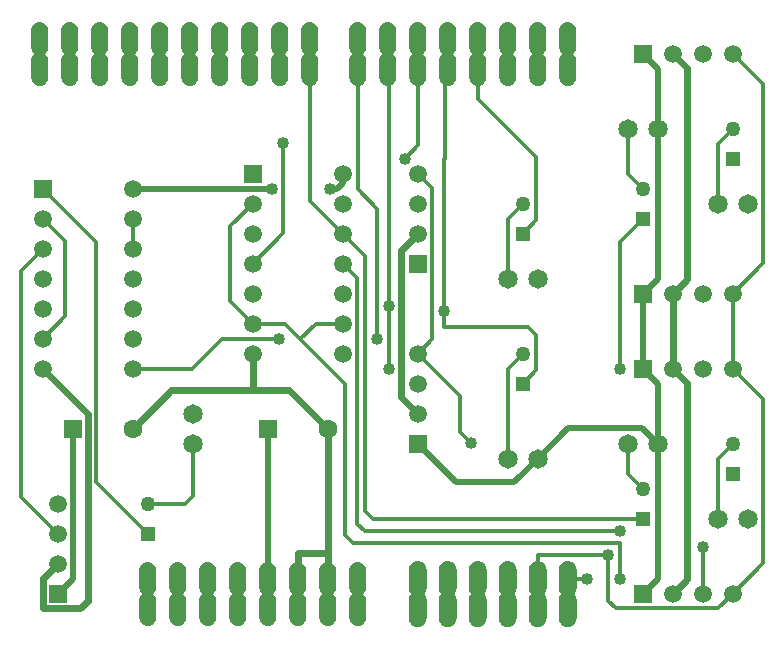
<source format=gbr>
G04 DipTrace 2.4.0.2*
%INBottom.gbr*%
%MOIN*%
%ADD14C,0.02*%
%ADD15C,0.024*%
%ADD16C,0.013*%
%ADD18C,0.05*%
%ADD19R,0.05X0.05*%
%ADD20R,0.0591X0.0591*%
%ADD21C,0.0591*%
%ADD22C,0.065*%
%ADD23C,0.063*%
%ADD24R,0.063X0.063*%
%ADD25C,0.04*%
%FSLAX44Y44*%
G04*
G70*
G90*
G75*
G01*
%LNBottom*%
%LPD*%
X12940Y5940D2*
D14*
Y4940D1*
X17940Y10440D2*
X19220Y9161D1*
X21161D1*
X21940Y9940D1*
X6440Y10940D2*
Y5940D1*
X5940Y5440D1*
X25940Y10440D2*
Y5940D1*
X25440Y5440D1*
X12940Y5940D2*
Y10940D1*
X13065Y18940D2*
X8440D1*
X14998D2*
X15240D1*
X15440Y19140D1*
Y19440D1*
X25940Y20940D2*
Y22940D1*
X25440Y23440D1*
Y15440D2*
X25940Y15940D1*
Y20940D1*
X25440Y12940D2*
Y15440D1*
X25940Y10440D2*
Y12440D1*
X25440Y12940D1*
X21940Y9940D2*
X22960Y10960D1*
X25420D1*
X25940Y10440D1*
X15940Y4940D2*
D15*
Y5940D1*
X17940Y4940D2*
Y5940D1*
X18940Y4940D2*
Y5940D1*
X19940Y4940D2*
Y5940D1*
X20940Y4940D2*
Y5940D1*
X21940Y4940D2*
Y5940D1*
X28440Y23440D2*
D16*
X29460Y22420D1*
Y16460D1*
X28440Y15440D1*
X19710Y10460D2*
X19335Y10835D1*
Y12045D1*
X17940Y13440D1*
X24295Y6731D2*
X21940D1*
Y5940D1*
X28440Y5440D2*
X27950Y4950D1*
X24555D1*
X24295Y5210D1*
Y6731D1*
X28440Y12940D2*
X29460Y11920D1*
Y6460D1*
X28440Y5440D1*
Y15440D2*
Y12940D1*
X17940Y13440D2*
X18430Y13930D1*
Y18950D1*
X17940Y19440D1*
X22940Y4940D2*
D15*
Y5940D1*
X12440Y18440D2*
D16*
X11690Y17690D1*
Y15190D1*
X12440Y14440D1*
X13514D1*
X14024Y13930D1*
X14534Y14440D1*
X15440D1*
X5440Y13940D2*
X6190Y14690D1*
Y17190D1*
X5440Y17940D1*
X14024Y13930D2*
X15525Y12429D1*
Y7385D1*
X15785Y7125D1*
X24690D1*
Y5940D1*
X23570D2*
X22940D1*
Y22940D2*
D15*
Y23940D1*
X21940Y22940D2*
Y23940D1*
X20940Y22940D2*
Y23940D1*
X5440Y18940D2*
D16*
X7210Y17170D1*
Y9170D1*
X8940Y7440D1*
X19940Y22940D2*
D15*
Y23940D1*
X21440Y17440D2*
D16*
X21885Y17885D1*
Y19997D1*
X19940Y21941D1*
Y22940D1*
X18940D2*
D15*
Y23940D1*
X13325Y13930D2*
D16*
X11413D1*
X10423Y12940D1*
X8440D1*
X18825Y14855D2*
Y14325D1*
X21625D1*
X21885Y14065D1*
Y12885D1*
X21440Y12440D1*
X18940Y22940D2*
X18844D1*
Y19940D1*
X18825Y19921D1*
Y14855D1*
X17940Y22940D2*
D15*
Y23940D1*
X17498Y19940D2*
D16*
X17940Y20382D1*
Y22940D1*
X16940D2*
D15*
Y23940D1*
X24680Y12930D2*
D16*
Y17180D1*
X25440Y17940D1*
X16990Y15045D2*
Y12930D1*
X16940Y22940D2*
X16990D1*
Y15045D1*
X15940Y22940D2*
D15*
Y23940D1*
X16595Y13930D2*
D16*
Y18269D1*
X15940Y18924D1*
Y22940D1*
X14340D2*
D15*
Y23940D1*
X15440Y17440D2*
D16*
X16190Y16690D1*
Y8200D1*
X16450Y7940D1*
X25440D1*
X14340Y22940D2*
Y18540D1*
X15440Y17440D1*
X8340Y22940D2*
D15*
Y23940D1*
X13940Y4940D2*
Y5940D1*
X14940D2*
Y4940D1*
X12440Y13440D2*
Y12220D1*
X13661D1*
X14940Y10940D1*
X8440D2*
X9720Y12220D1*
X12440D1*
X5440Y12940D2*
X6950Y11430D1*
Y5210D1*
X6690Y4950D1*
X5450D1*
Y5950D1*
X5940Y6440D1*
X26440Y5440D2*
X26930Y5930D1*
Y12450D1*
X26440Y12940D1*
X17940Y11440D2*
X17385Y11995D1*
Y16885D1*
X17940Y17440D1*
X14940Y10940D2*
Y6801D1*
X13940D1*
Y5940D1*
X14940D2*
Y6801D1*
X26440Y15440D2*
X26930Y15930D1*
Y22950D1*
X26440Y23440D1*
Y12940D2*
Y15440D1*
X9340Y22940D2*
Y23940D1*
X11340Y22940D2*
Y23940D1*
X10340Y22940D2*
Y23940D1*
X13340Y22940D2*
Y23940D1*
X12340Y22940D2*
Y23940D1*
X9940Y4940D2*
Y5940D1*
X8940Y4940D2*
Y5940D1*
X6340Y22940D2*
Y23940D1*
X5340Y22940D2*
Y23940D1*
X7340Y22940D2*
Y23940D1*
X11940Y4940D2*
Y5940D1*
X21440Y18440D2*
D16*
X20940Y17940D1*
Y15940D1*
X21440Y13440D2*
X20940Y12940D1*
Y9940D1*
X25440Y18940D2*
X24940Y19440D1*
Y20940D1*
X13460Y20470D2*
Y17460D1*
X12440Y16440D1*
X8940Y8440D2*
X10180D1*
X10440Y8700D1*
Y10440D1*
X28440Y20940D2*
X27940Y20440D1*
Y18440D1*
X5940Y7440D2*
X4701Y8680D1*
Y16201D1*
X5440Y16940D1*
X24690Y7520D2*
X16190D1*
X15930Y7780D1*
Y15950D1*
X15440Y16440D1*
X27440Y6990D2*
Y5440D1*
X28440Y10440D2*
X27940Y9940D1*
Y7940D1*
X8440Y16940D2*
Y17940D1*
X25440Y8940D2*
X24940Y9440D1*
Y10440D1*
X10940Y5940D2*
D15*
Y4940D1*
D25*
X13065Y18940D3*
X14998D3*
X19710Y10460D3*
X24295Y6731D3*
X24690Y5940D3*
X23570D3*
X18825Y14855D3*
X13325Y13930D3*
X17498Y19940D3*
X16990Y12930D3*
X24680D3*
X16990Y15045D3*
X16595Y13930D3*
X13460Y20470D3*
X24690Y7520D3*
X27440Y6990D3*
G36*
X17640Y5240D2*
X17658Y5343D1*
X17710Y5433D1*
X17790Y5500D1*
X17888Y5536D1*
X17992D1*
X18090Y5500D1*
X18170Y5433D1*
X18222Y5343D1*
X18240Y5240D1*
Y4640D1*
X18222Y4538D1*
X18170Y4448D1*
X18090Y4380D1*
X17993Y4345D1*
X17888D1*
X17790Y4380D1*
X17711Y4447D1*
X17658Y4537D1*
X17640Y4640D1*
Y5240D1*
G37*
G36*
X18640D2*
X18658Y5343D1*
X18710Y5433D1*
X18790Y5500D1*
X18888Y5536D1*
X18992D1*
X19090Y5500D1*
X19170Y5433D1*
X19222Y5343D1*
X19240Y5240D1*
Y4640D1*
X19222Y4538D1*
X19170Y4448D1*
X19090Y4380D1*
X18993Y4345D1*
X18888D1*
X18790Y4380D1*
X18711Y4447D1*
X18658Y4537D1*
X18640Y4640D1*
Y5240D1*
G37*
G36*
X19640D2*
X19658Y5343D1*
X19710Y5433D1*
X19790Y5500D1*
X19888Y5536D1*
X19992D1*
X20090Y5500D1*
X20170Y5433D1*
X20222Y5343D1*
X20240Y5240D1*
Y4640D1*
X20222Y4538D1*
X20170Y4448D1*
X20090Y4380D1*
X19993Y4345D1*
X19888D1*
X19790Y4380D1*
X19711Y4447D1*
X19658Y4537D1*
X19640Y4640D1*
Y5240D1*
G37*
G36*
X20640D2*
X20658Y5343D1*
X20710Y5433D1*
X20790Y5500D1*
X20888Y5536D1*
X20992D1*
X21090Y5500D1*
X21170Y5433D1*
X21222Y5343D1*
X21240Y5240D1*
Y4640D1*
X21222Y4538D1*
X21170Y4448D1*
X21090Y4380D1*
X20993Y4345D1*
X20888D1*
X20790Y4380D1*
X20711Y4447D1*
X20658Y4537D1*
X20640Y4640D1*
Y5240D1*
G37*
G36*
X21640D2*
X21658Y5343D1*
X21710Y5433D1*
X21790Y5500D1*
X21888Y5536D1*
X21992D1*
X22090Y5500D1*
X22170Y5433D1*
X22222Y5343D1*
X22240Y5240D1*
Y4640D1*
X22222Y4538D1*
X22170Y4448D1*
X22090Y4380D1*
X21993Y4345D1*
X21888D1*
X21790Y4380D1*
X21711Y4447D1*
X21658Y4537D1*
X21640Y4640D1*
Y5240D1*
G37*
G36*
X22640D2*
X22658Y5343D1*
X22710Y5433D1*
X22790Y5500D1*
X22888Y5536D1*
X22992D1*
X23090Y5500D1*
X23170Y5433D1*
X23222Y5343D1*
X23240Y5240D1*
Y4640D1*
X23222Y4538D1*
X23170Y4448D1*
X23090Y4380D1*
X22993Y4345D1*
X22888D1*
X22790Y4380D1*
X22711Y4447D1*
X22658Y4537D1*
X22640Y4640D1*
Y5240D1*
G37*
G36*
X23227Y23653D2*
X23210Y23555D1*
X23160Y23469D1*
X23084Y23405D1*
X22990Y23371D1*
X22891Y23370D1*
X22797Y23404D1*
X22720Y23468D1*
X22671Y23555D1*
X22653Y23653D1*
Y24227D1*
X22670Y24325D1*
X22720Y24411D1*
X22796Y24476D1*
X22890Y24510D1*
X22990D1*
X23083Y24476D1*
X23160Y24412D1*
X23210Y24326D1*
X23227Y24227D1*
Y23653D1*
G37*
G36*
X22227D2*
X22210Y23555D1*
X22160Y23469D1*
X22084Y23405D1*
X21990Y23371D1*
X21891Y23370D1*
X21797Y23404D1*
X21720Y23468D1*
X21671Y23555D1*
X21653Y23653D1*
Y24227D1*
X21670Y24325D1*
X21720Y24411D1*
X21796Y24476D1*
X21890Y24510D1*
X21990D1*
X22083Y24476D1*
X22160Y24412D1*
X22210Y24326D1*
X22227Y24227D1*
Y23653D1*
G37*
G36*
X21227D2*
X21210Y23555D1*
X21160Y23469D1*
X21084Y23405D1*
X20990Y23371D1*
X20891Y23370D1*
X20797Y23404D1*
X20720Y23468D1*
X20671Y23555D1*
X20653Y23653D1*
Y24227D1*
X20670Y24325D1*
X20720Y24411D1*
X20796Y24476D1*
X20890Y24510D1*
X20990D1*
X21083Y24476D1*
X21160Y24412D1*
X21210Y24326D1*
X21227Y24227D1*
Y23653D1*
G37*
G36*
X20227D2*
X20210Y23555D1*
X20160Y23469D1*
X20084Y23405D1*
X19990Y23371D1*
X19891Y23370D1*
X19797Y23404D1*
X19720Y23468D1*
X19671Y23555D1*
X19653Y23653D1*
Y24227D1*
X19670Y24325D1*
X19720Y24411D1*
X19796Y24476D1*
X19890Y24510D1*
X19990D1*
X20083Y24476D1*
X20160Y24412D1*
X20210Y24326D1*
X20227Y24227D1*
Y23653D1*
G37*
G36*
X19227D2*
X19210Y23555D1*
X19160Y23469D1*
X19084Y23405D1*
X18990Y23371D1*
X18891Y23370D1*
X18797Y23404D1*
X18720Y23468D1*
X18671Y23555D1*
X18653Y23653D1*
Y24227D1*
X18670Y24325D1*
X18720Y24411D1*
X18796Y24476D1*
X18890Y24510D1*
X18990D1*
X19083Y24476D1*
X19160Y24412D1*
X19210Y24326D1*
X19227Y24227D1*
Y23653D1*
G37*
G36*
X18227D2*
X18210Y23555D1*
X18160Y23469D1*
X18084Y23405D1*
X17990Y23371D1*
X17891Y23370D1*
X17797Y23404D1*
X17720Y23468D1*
X17671Y23555D1*
X17653Y23653D1*
Y24227D1*
X17670Y24325D1*
X17720Y24411D1*
X17796Y24476D1*
X17890Y24510D1*
X17990D1*
X18083Y24476D1*
X18160Y24412D1*
X18210Y24326D1*
X18227Y24227D1*
Y23653D1*
G37*
G36*
X17227D2*
X17210Y23555D1*
X17160Y23469D1*
X17084Y23405D1*
X16990Y23371D1*
X16891Y23370D1*
X16797Y23404D1*
X16720Y23468D1*
X16671Y23555D1*
X16653Y23653D1*
Y24227D1*
X16670Y24325D1*
X16720Y24411D1*
X16796Y24476D1*
X16890Y24510D1*
X16990D1*
X17083Y24476D1*
X17160Y24412D1*
X17210Y24326D1*
X17227Y24227D1*
Y23653D1*
G37*
G36*
X16227D2*
X16210Y23555D1*
X16160Y23469D1*
X16084Y23405D1*
X15990Y23371D1*
X15891Y23370D1*
X15797Y23404D1*
X15720Y23468D1*
X15671Y23555D1*
X15653Y23653D1*
Y24227D1*
X15670Y24325D1*
X15720Y24411D1*
X15796Y24476D1*
X15890Y24510D1*
X15990D1*
X16083Y24476D1*
X16160Y24412D1*
X16210Y24326D1*
X16227Y24227D1*
Y23653D1*
G37*
G36*
X8653Y5227D2*
X8670Y5325D1*
X8720Y5411D1*
X8796Y5476D1*
X8890Y5510D1*
X8990D1*
X9083Y5476D1*
X9160Y5412D1*
X9210Y5326D1*
X9227Y5227D1*
Y4653D1*
X9210Y4555D1*
X9160Y4469D1*
X9084Y4405D1*
X8990Y4371D1*
X8891Y4370D1*
X8797Y4404D1*
X8720Y4468D1*
X8671Y4555D1*
X8653Y4653D1*
Y5227D1*
G37*
G36*
X9653D2*
X9670Y5325D1*
X9720Y5411D1*
X9796Y5476D1*
X9890Y5510D1*
X9990D1*
X10083Y5476D1*
X10160Y5412D1*
X10210Y5326D1*
X10227Y5227D1*
Y4653D1*
X10210Y4555D1*
X10160Y4469D1*
X10084Y4405D1*
X9990Y4371D1*
X9891Y4370D1*
X9797Y4404D1*
X9720Y4468D1*
X9671Y4555D1*
X9653Y4653D1*
Y5227D1*
G37*
G36*
X10653D2*
X10670Y5325D1*
X10720Y5411D1*
X10796Y5476D1*
X10890Y5510D1*
X10990D1*
X11083Y5476D1*
X11160Y5412D1*
X11210Y5326D1*
X11227Y5227D1*
Y4653D1*
X11210Y4555D1*
X11160Y4469D1*
X11084Y4405D1*
X10990Y4371D1*
X10891Y4370D1*
X10797Y4404D1*
X10720Y4468D1*
X10671Y4555D1*
X10653Y4653D1*
Y5227D1*
G37*
G36*
X11653D2*
X11670Y5325D1*
X11720Y5411D1*
X11796Y5476D1*
X11890Y5510D1*
X11990D1*
X12083Y5476D1*
X12160Y5412D1*
X12210Y5326D1*
X12227Y5227D1*
Y4653D1*
X12210Y4555D1*
X12160Y4469D1*
X12084Y4405D1*
X11990Y4371D1*
X11891Y4370D1*
X11797Y4404D1*
X11720Y4468D1*
X11671Y4555D1*
X11653Y4653D1*
Y5227D1*
G37*
G36*
X12653D2*
X12670Y5325D1*
X12720Y5411D1*
X12796Y5476D1*
X12890Y5510D1*
X12990D1*
X13083Y5476D1*
X13160Y5412D1*
X13210Y5326D1*
X13227Y5227D1*
Y4653D1*
X13210Y4555D1*
X13160Y4469D1*
X13084Y4405D1*
X12990Y4371D1*
X12891Y4370D1*
X12797Y4404D1*
X12720Y4468D1*
X12671Y4555D1*
X12653Y4653D1*
Y5227D1*
G37*
G36*
X13653D2*
X13670Y5325D1*
X13720Y5411D1*
X13796Y5476D1*
X13890Y5510D1*
X13990D1*
X14083Y5476D1*
X14160Y5412D1*
X14210Y5326D1*
X14227Y5227D1*
Y4653D1*
X14210Y4555D1*
X14160Y4469D1*
X14084Y4405D1*
X13990Y4371D1*
X13891Y4370D1*
X13797Y4404D1*
X13720Y4468D1*
X13671Y4555D1*
X13653Y4653D1*
Y5227D1*
G37*
G36*
X14653D2*
X14670Y5325D1*
X14720Y5411D1*
X14796Y5476D1*
X14890Y5510D1*
X14990D1*
X15083Y5476D1*
X15160Y5412D1*
X15210Y5326D1*
X15227Y5227D1*
Y4653D1*
X15210Y4555D1*
X15160Y4469D1*
X15084Y4405D1*
X14990Y4371D1*
X14891Y4370D1*
X14797Y4404D1*
X14720Y4468D1*
X14671Y4555D1*
X14653Y4653D1*
Y5227D1*
G37*
G36*
X15653D2*
X15670Y5325D1*
X15720Y5411D1*
X15796Y5476D1*
X15890Y5510D1*
X15990D1*
X16083Y5476D1*
X16160Y5412D1*
X16210Y5326D1*
X16227Y5227D1*
Y4653D1*
X16210Y4555D1*
X16160Y4469D1*
X16084Y4405D1*
X15990Y4371D1*
X15891Y4370D1*
X15797Y4404D1*
X15720Y4468D1*
X15671Y4555D1*
X15653Y4653D1*
Y5227D1*
G37*
G36*
X14627Y23653D2*
X14610Y23555D1*
X14560Y23469D1*
X14484Y23405D1*
X14390Y23371D1*
X14291Y23370D1*
X14197Y23404D1*
X14120Y23468D1*
X14071Y23555D1*
X14053Y23653D1*
Y24227D1*
X14070Y24325D1*
X14120Y24411D1*
X14196Y24476D1*
X14290Y24510D1*
X14390D1*
X14483Y24476D1*
X14560Y24412D1*
X14610Y24326D1*
X14627Y24227D1*
Y23653D1*
G37*
G36*
X13627D2*
X13610Y23555D1*
X13560Y23469D1*
X13484Y23405D1*
X13390Y23371D1*
X13291Y23370D1*
X13197Y23404D1*
X13120Y23468D1*
X13071Y23555D1*
X13053Y23653D1*
Y24227D1*
X13070Y24325D1*
X13120Y24411D1*
X13196Y24476D1*
X13290Y24510D1*
X13390D1*
X13483Y24476D1*
X13560Y24412D1*
X13610Y24326D1*
X13627Y24227D1*
Y23653D1*
G37*
G36*
X12627D2*
X12610Y23555D1*
X12560Y23469D1*
X12484Y23405D1*
X12390Y23371D1*
X12291Y23370D1*
X12197Y23404D1*
X12120Y23468D1*
X12071Y23555D1*
X12053Y23653D1*
Y24227D1*
X12070Y24325D1*
X12120Y24411D1*
X12196Y24476D1*
X12290Y24510D1*
X12390D1*
X12483Y24476D1*
X12560Y24412D1*
X12610Y24326D1*
X12627Y24227D1*
Y23653D1*
G37*
G36*
X11627D2*
X11610Y23555D1*
X11560Y23469D1*
X11484Y23405D1*
X11390Y23371D1*
X11291Y23370D1*
X11197Y23404D1*
X11120Y23468D1*
X11071Y23555D1*
X11053Y23653D1*
Y24227D1*
X11070Y24325D1*
X11120Y24411D1*
X11196Y24476D1*
X11290Y24510D1*
X11390D1*
X11483Y24476D1*
X11560Y24412D1*
X11610Y24326D1*
X11627Y24227D1*
Y23653D1*
G37*
G36*
X10627D2*
X10610Y23555D1*
X10560Y23469D1*
X10484Y23405D1*
X10390Y23371D1*
X10291Y23370D1*
X10197Y23404D1*
X10120Y23468D1*
X10071Y23555D1*
X10053Y23653D1*
Y24227D1*
X10070Y24325D1*
X10120Y24411D1*
X10196Y24476D1*
X10290Y24510D1*
X10390D1*
X10483Y24476D1*
X10560Y24412D1*
X10610Y24326D1*
X10627Y24227D1*
Y23653D1*
G37*
G36*
X9627D2*
X9610Y23555D1*
X9560Y23469D1*
X9484Y23405D1*
X9390Y23371D1*
X9291Y23370D1*
X9197Y23404D1*
X9120Y23468D1*
X9071Y23555D1*
X9053Y23653D1*
Y24227D1*
X9070Y24325D1*
X9120Y24411D1*
X9196Y24476D1*
X9290Y24510D1*
X9390D1*
X9483Y24476D1*
X9560Y24412D1*
X9610Y24326D1*
X9627Y24227D1*
Y23653D1*
G37*
G36*
X8627D2*
X8610Y23555D1*
X8560Y23469D1*
X8484Y23405D1*
X8390Y23371D1*
X8291Y23370D1*
X8197Y23404D1*
X8120Y23468D1*
X8071Y23555D1*
X8053Y23653D1*
Y24227D1*
X8070Y24325D1*
X8120Y24411D1*
X8196Y24476D1*
X8290Y24510D1*
X8390D1*
X8483Y24476D1*
X8560Y24412D1*
X8610Y24326D1*
X8627Y24227D1*
Y23653D1*
G37*
G36*
X7627D2*
X7610Y23555D1*
X7560Y23469D1*
X7484Y23405D1*
X7390Y23371D1*
X7291Y23370D1*
X7197Y23404D1*
X7120Y23468D1*
X7071Y23555D1*
X7053Y23653D1*
Y24227D1*
X7070Y24325D1*
X7120Y24411D1*
X7196Y24476D1*
X7290Y24510D1*
X7390D1*
X7483Y24476D1*
X7560Y24412D1*
X7610Y24326D1*
X7627Y24227D1*
Y23653D1*
G37*
G36*
X6627D2*
X6610Y23555D1*
X6560Y23469D1*
X6484Y23405D1*
X6390Y23371D1*
X6291Y23370D1*
X6197Y23404D1*
X6120Y23468D1*
X6071Y23555D1*
X6053Y23653D1*
Y24227D1*
X6070Y24325D1*
X6120Y24411D1*
X6196Y24476D1*
X6290Y24510D1*
X6390D1*
X6483Y24476D1*
X6560Y24412D1*
X6610Y24326D1*
X6627Y24227D1*
Y23653D1*
G37*
G36*
X5627D2*
X5610Y23555D1*
X5560Y23469D1*
X5484Y23405D1*
X5390Y23371D1*
X5291Y23370D1*
X5197Y23404D1*
X5120Y23468D1*
X5071Y23555D1*
X5053Y23653D1*
Y24227D1*
X5070Y24325D1*
X5120Y24411D1*
X5196Y24476D1*
X5290Y24510D1*
X5390D1*
X5483Y24476D1*
X5560Y24412D1*
X5610Y24326D1*
X5627Y24227D1*
Y23653D1*
G37*
G36*
X14627Y22653D2*
X14610Y22555D1*
X14560Y22469D1*
X14484Y22405D1*
X14390Y22371D1*
X14291Y22370D1*
X14197Y22404D1*
X14120Y22468D1*
X14071Y22555D1*
X14053Y22653D1*
Y23227D1*
X14070Y23325D1*
X14120Y23411D1*
X14196Y23476D1*
X14290Y23510D1*
X14390D1*
X14483Y23476D1*
X14560Y23412D1*
X14610Y23326D1*
X14627Y23227D1*
Y22653D1*
G37*
G36*
X13627D2*
X13610Y22555D1*
X13560Y22469D1*
X13484Y22405D1*
X13390Y22371D1*
X13291Y22370D1*
X13197Y22404D1*
X13120Y22468D1*
X13071Y22555D1*
X13053Y22653D1*
Y23227D1*
X13070Y23325D1*
X13120Y23411D1*
X13196Y23476D1*
X13290Y23510D1*
X13390D1*
X13483Y23476D1*
X13560Y23412D1*
X13610Y23326D1*
X13627Y23227D1*
Y22653D1*
G37*
G36*
X12627D2*
X12610Y22555D1*
X12560Y22469D1*
X12484Y22405D1*
X12390Y22371D1*
X12291Y22370D1*
X12197Y22404D1*
X12120Y22468D1*
X12071Y22555D1*
X12053Y22653D1*
Y23227D1*
X12070Y23325D1*
X12120Y23411D1*
X12196Y23476D1*
X12290Y23510D1*
X12390D1*
X12483Y23476D1*
X12560Y23412D1*
X12610Y23326D1*
X12627Y23227D1*
Y22653D1*
G37*
G36*
X11627D2*
X11610Y22555D1*
X11560Y22469D1*
X11484Y22405D1*
X11390Y22371D1*
X11291Y22370D1*
X11197Y22404D1*
X11120Y22468D1*
X11071Y22555D1*
X11053Y22653D1*
Y23227D1*
X11070Y23325D1*
X11120Y23411D1*
X11196Y23476D1*
X11290Y23510D1*
X11390D1*
X11483Y23476D1*
X11560Y23412D1*
X11610Y23326D1*
X11627Y23227D1*
Y22653D1*
G37*
G36*
X10627D2*
X10610Y22555D1*
X10560Y22469D1*
X10484Y22405D1*
X10390Y22371D1*
X10291Y22370D1*
X10197Y22404D1*
X10120Y22468D1*
X10071Y22555D1*
X10053Y22653D1*
Y23227D1*
X10070Y23325D1*
X10120Y23411D1*
X10196Y23476D1*
X10290Y23510D1*
X10390D1*
X10483Y23476D1*
X10560Y23412D1*
X10610Y23326D1*
X10627Y23227D1*
Y22653D1*
G37*
G36*
X9627D2*
X9610Y22555D1*
X9560Y22469D1*
X9484Y22405D1*
X9390Y22371D1*
X9291Y22370D1*
X9197Y22404D1*
X9120Y22468D1*
X9071Y22555D1*
X9053Y22653D1*
Y23227D1*
X9070Y23325D1*
X9120Y23411D1*
X9196Y23476D1*
X9290Y23510D1*
X9390D1*
X9483Y23476D1*
X9560Y23412D1*
X9610Y23326D1*
X9627Y23227D1*
Y22653D1*
G37*
G36*
X8627D2*
X8610Y22555D1*
X8560Y22469D1*
X8484Y22405D1*
X8390Y22371D1*
X8291Y22370D1*
X8197Y22404D1*
X8120Y22468D1*
X8071Y22555D1*
X8053Y22653D1*
Y23227D1*
X8070Y23325D1*
X8120Y23411D1*
X8196Y23476D1*
X8290Y23510D1*
X8390D1*
X8483Y23476D1*
X8560Y23412D1*
X8610Y23326D1*
X8627Y23227D1*
Y22653D1*
G37*
G36*
X7627D2*
X7610Y22555D1*
X7560Y22469D1*
X7484Y22405D1*
X7390Y22371D1*
X7291Y22370D1*
X7197Y22404D1*
X7120Y22468D1*
X7071Y22555D1*
X7053Y22653D1*
Y23227D1*
X7070Y23325D1*
X7120Y23411D1*
X7196Y23476D1*
X7290Y23510D1*
X7390D1*
X7483Y23476D1*
X7560Y23412D1*
X7610Y23326D1*
X7627Y23227D1*
Y22653D1*
G37*
G36*
X6627D2*
X6610Y22555D1*
X6560Y22469D1*
X6484Y22405D1*
X6390Y22371D1*
X6291Y22370D1*
X6197Y22404D1*
X6120Y22468D1*
X6071Y22555D1*
X6053Y22653D1*
Y23227D1*
X6070Y23325D1*
X6120Y23411D1*
X6196Y23476D1*
X6290Y23510D1*
X6390D1*
X6483Y23476D1*
X6560Y23412D1*
X6610Y23326D1*
X6627Y23227D1*
Y22653D1*
G37*
G36*
X5627D2*
X5610Y22555D1*
X5560Y22469D1*
X5484Y22405D1*
X5390Y22371D1*
X5291Y22370D1*
X5197Y22404D1*
X5120Y22468D1*
X5071Y22555D1*
X5053Y22653D1*
Y23227D1*
X5070Y23325D1*
X5120Y23411D1*
X5196Y23476D1*
X5290Y23510D1*
X5390D1*
X5483Y23476D1*
X5560Y23412D1*
X5610Y23326D1*
X5627Y23227D1*
Y22653D1*
G37*
G36*
X23227D2*
X23210Y22555D1*
X23160Y22469D1*
X23084Y22405D1*
X22990Y22371D1*
X22891Y22370D1*
X22797Y22404D1*
X22720Y22468D1*
X22671Y22555D1*
X22653Y22653D1*
Y23227D1*
X22670Y23325D1*
X22720Y23411D1*
X22796Y23476D1*
X22890Y23510D1*
X22990D1*
X23083Y23476D1*
X23160Y23412D1*
X23210Y23326D1*
X23227Y23227D1*
Y22653D1*
G37*
G36*
X22227D2*
X22210Y22555D1*
X22160Y22469D1*
X22084Y22405D1*
X21990Y22371D1*
X21891Y22370D1*
X21797Y22404D1*
X21720Y22468D1*
X21671Y22555D1*
X21653Y22653D1*
Y23227D1*
X21670Y23325D1*
X21720Y23411D1*
X21796Y23476D1*
X21890Y23510D1*
X21990D1*
X22083Y23476D1*
X22160Y23412D1*
X22210Y23326D1*
X22227Y23227D1*
Y22653D1*
G37*
G36*
X21227D2*
X21210Y22555D1*
X21160Y22469D1*
X21084Y22405D1*
X20990Y22371D1*
X20891Y22370D1*
X20797Y22404D1*
X20720Y22468D1*
X20671Y22555D1*
X20653Y22653D1*
Y23227D1*
X20670Y23325D1*
X20720Y23411D1*
X20796Y23476D1*
X20890Y23510D1*
X20990D1*
X21083Y23476D1*
X21160Y23412D1*
X21210Y23326D1*
X21227Y23227D1*
Y22653D1*
G37*
G36*
X20227D2*
X20210Y22555D1*
X20160Y22469D1*
X20084Y22405D1*
X19990Y22371D1*
X19891Y22370D1*
X19797Y22404D1*
X19720Y22468D1*
X19671Y22555D1*
X19653Y22653D1*
Y23227D1*
X19670Y23325D1*
X19720Y23411D1*
X19796Y23476D1*
X19890Y23510D1*
X19990D1*
X20083Y23476D1*
X20160Y23412D1*
X20210Y23326D1*
X20227Y23227D1*
Y22653D1*
G37*
G36*
X19227D2*
X19210Y22555D1*
X19160Y22469D1*
X19084Y22405D1*
X18990Y22371D1*
X18891Y22370D1*
X18797Y22404D1*
X18720Y22468D1*
X18671Y22555D1*
X18653Y22653D1*
Y23227D1*
X18670Y23325D1*
X18720Y23411D1*
X18796Y23476D1*
X18890Y23510D1*
X18990D1*
X19083Y23476D1*
X19160Y23412D1*
X19210Y23326D1*
X19227Y23227D1*
Y22653D1*
G37*
G36*
X18227D2*
X18210Y22555D1*
X18160Y22469D1*
X18084Y22405D1*
X17990Y22371D1*
X17891Y22370D1*
X17797Y22404D1*
X17720Y22468D1*
X17671Y22555D1*
X17653Y22653D1*
Y23227D1*
X17670Y23325D1*
X17720Y23411D1*
X17796Y23476D1*
X17890Y23510D1*
X17990D1*
X18083Y23476D1*
X18160Y23412D1*
X18210Y23326D1*
X18227Y23227D1*
Y22653D1*
G37*
G36*
X17227D2*
X17210Y22555D1*
X17160Y22469D1*
X17084Y22405D1*
X16990Y22371D1*
X16891Y22370D1*
X16797Y22404D1*
X16720Y22468D1*
X16671Y22555D1*
X16653Y22653D1*
Y23227D1*
X16670Y23325D1*
X16720Y23411D1*
X16796Y23476D1*
X16890Y23510D1*
X16990D1*
X17083Y23476D1*
X17160Y23412D1*
X17210Y23326D1*
X17227Y23227D1*
Y22653D1*
G37*
G36*
X16227D2*
X16210Y22555D1*
X16160Y22469D1*
X16084Y22405D1*
X15990Y22371D1*
X15891Y22370D1*
X15797Y22404D1*
X15720Y22468D1*
X15671Y22555D1*
X15653Y22653D1*
Y23227D1*
X15670Y23325D1*
X15720Y23411D1*
X15796Y23476D1*
X15890Y23510D1*
X15990D1*
X16083Y23476D1*
X16160Y23412D1*
X16210Y23326D1*
X16227Y23227D1*
Y22653D1*
G37*
G36*
X17640Y6240D2*
X17658Y6343D1*
X17710Y6433D1*
X17790Y6500D1*
X17888Y6536D1*
X17992D1*
X18090Y6500D1*
X18170Y6433D1*
X18222Y6343D1*
X18240Y6240D1*
Y5640D1*
X18222Y5538D1*
X18170Y5448D1*
X18090Y5380D1*
X17993Y5345D1*
X17888D1*
X17790Y5380D1*
X17711Y5447D1*
X17658Y5537D1*
X17640Y5640D1*
Y6240D1*
G37*
G36*
X18640D2*
X18658Y6343D1*
X18710Y6433D1*
X18790Y6500D1*
X18888Y6536D1*
X18992D1*
X19090Y6500D1*
X19170Y6433D1*
X19222Y6343D1*
X19240Y6240D1*
Y5640D1*
X19222Y5538D1*
X19170Y5448D1*
X19090Y5380D1*
X18993Y5345D1*
X18888D1*
X18790Y5380D1*
X18711Y5447D1*
X18658Y5537D1*
X18640Y5640D1*
Y6240D1*
G37*
G36*
X19640D2*
X19658Y6343D1*
X19710Y6433D1*
X19790Y6500D1*
X19888Y6536D1*
X19992D1*
X20090Y6500D1*
X20170Y6433D1*
X20222Y6343D1*
X20240Y6240D1*
Y5640D1*
X20222Y5538D1*
X20170Y5448D1*
X20090Y5380D1*
X19993Y5345D1*
X19888D1*
X19790Y5380D1*
X19711Y5447D1*
X19658Y5537D1*
X19640Y5640D1*
Y6240D1*
G37*
G36*
X20640D2*
X20658Y6343D1*
X20710Y6433D1*
X20790Y6500D1*
X20888Y6536D1*
X20992D1*
X21090Y6500D1*
X21170Y6433D1*
X21222Y6343D1*
X21240Y6240D1*
Y5640D1*
X21222Y5538D1*
X21170Y5448D1*
X21090Y5380D1*
X20993Y5345D1*
X20888D1*
X20790Y5380D1*
X20711Y5447D1*
X20658Y5537D1*
X20640Y5640D1*
Y6240D1*
G37*
G36*
X21640D2*
X21658Y6343D1*
X21710Y6433D1*
X21790Y6500D1*
X21888Y6536D1*
X21992D1*
X22090Y6500D1*
X22170Y6433D1*
X22222Y6343D1*
X22240Y6240D1*
Y5640D1*
X22222Y5538D1*
X22170Y5448D1*
X22090Y5380D1*
X21993Y5345D1*
X21888D1*
X21790Y5380D1*
X21711Y5447D1*
X21658Y5537D1*
X21640Y5640D1*
Y6240D1*
G37*
G36*
X22640D2*
X22658Y6343D1*
X22710Y6433D1*
X22790Y6500D1*
X22888Y6536D1*
X22992D1*
X23090Y6500D1*
X23170Y6433D1*
X23222Y6343D1*
X23240Y6240D1*
Y5640D1*
X23222Y5538D1*
X23170Y5448D1*
X23090Y5380D1*
X22993Y5345D1*
X22888D1*
X22790Y5380D1*
X22711Y5447D1*
X22658Y5537D1*
X22640Y5640D1*
Y6240D1*
G37*
G36*
X8653Y6227D2*
X8670Y6325D1*
X8720Y6411D1*
X8796Y6476D1*
X8890Y6510D1*
X8990D1*
X9083Y6476D1*
X9160Y6412D1*
X9210Y6326D1*
X9227Y6227D1*
Y5653D1*
X9210Y5555D1*
X9160Y5469D1*
X9084Y5405D1*
X8990Y5371D1*
X8891Y5370D1*
X8797Y5404D1*
X8720Y5468D1*
X8671Y5555D1*
X8653Y5653D1*
Y6227D1*
G37*
G36*
X9653D2*
X9670Y6325D1*
X9720Y6411D1*
X9796Y6476D1*
X9890Y6510D1*
X9990D1*
X10083Y6476D1*
X10160Y6412D1*
X10210Y6326D1*
X10227Y6227D1*
Y5653D1*
X10210Y5555D1*
X10160Y5469D1*
X10084Y5405D1*
X9990Y5371D1*
X9891Y5370D1*
X9797Y5404D1*
X9720Y5468D1*
X9671Y5555D1*
X9653Y5653D1*
Y6227D1*
G37*
G36*
X10653D2*
X10670Y6325D1*
X10720Y6411D1*
X10796Y6476D1*
X10890Y6510D1*
X10990D1*
X11083Y6476D1*
X11160Y6412D1*
X11210Y6326D1*
X11227Y6227D1*
Y5653D1*
X11210Y5555D1*
X11160Y5469D1*
X11084Y5405D1*
X10990Y5371D1*
X10891Y5370D1*
X10797Y5404D1*
X10720Y5468D1*
X10671Y5555D1*
X10653Y5653D1*
Y6227D1*
G37*
G36*
X11653D2*
X11670Y6325D1*
X11720Y6411D1*
X11796Y6476D1*
X11890Y6510D1*
X11990D1*
X12083Y6476D1*
X12160Y6412D1*
X12210Y6326D1*
X12227Y6227D1*
Y5653D1*
X12210Y5555D1*
X12160Y5469D1*
X12084Y5405D1*
X11990Y5371D1*
X11891Y5370D1*
X11797Y5404D1*
X11720Y5468D1*
X11671Y5555D1*
X11653Y5653D1*
Y6227D1*
G37*
G36*
X12653D2*
X12670Y6325D1*
X12720Y6411D1*
X12796Y6476D1*
X12890Y6510D1*
X12990D1*
X13083Y6476D1*
X13160Y6412D1*
X13210Y6326D1*
X13227Y6227D1*
Y5653D1*
X13210Y5555D1*
X13160Y5469D1*
X13084Y5405D1*
X12990Y5371D1*
X12891Y5370D1*
X12797Y5404D1*
X12720Y5468D1*
X12671Y5555D1*
X12653Y5653D1*
Y6227D1*
G37*
G36*
X13653D2*
X13670Y6325D1*
X13720Y6411D1*
X13796Y6476D1*
X13890Y6510D1*
X13990D1*
X14083Y6476D1*
X14160Y6412D1*
X14210Y6326D1*
X14227Y6227D1*
Y5653D1*
X14210Y5555D1*
X14160Y5469D1*
X14084Y5405D1*
X13990Y5371D1*
X13891Y5370D1*
X13797Y5404D1*
X13720Y5468D1*
X13671Y5555D1*
X13653Y5653D1*
Y6227D1*
G37*
G36*
X14653D2*
X14670Y6325D1*
X14720Y6411D1*
X14796Y6476D1*
X14890Y6510D1*
X14990D1*
X15083Y6476D1*
X15160Y6412D1*
X15210Y6326D1*
X15227Y6227D1*
Y5653D1*
X15210Y5555D1*
X15160Y5469D1*
X15084Y5405D1*
X14990Y5371D1*
X14891Y5370D1*
X14797Y5404D1*
X14720Y5468D1*
X14671Y5555D1*
X14653Y5653D1*
Y6227D1*
G37*
G36*
X15653D2*
X15670Y6325D1*
X15720Y6411D1*
X15796Y6476D1*
X15890Y6510D1*
X15990D1*
X16083Y6476D1*
X16160Y6412D1*
X16210Y6326D1*
X16227Y6227D1*
Y5653D1*
X16210Y5555D1*
X16160Y5469D1*
X16084Y5405D1*
X15990Y5371D1*
X15891Y5370D1*
X15797Y5404D1*
X15720Y5468D1*
X15671Y5555D1*
X15653Y5653D1*
Y6227D1*
G37*
D18*
X8940Y8440D3*
D19*
Y7440D3*
D18*
X21440Y18440D3*
D19*
Y17440D3*
D18*
Y13440D3*
D19*
Y12440D3*
D18*
X28440Y20940D3*
D19*
Y19940D3*
D18*
X25440Y18940D3*
D19*
Y17940D3*
D18*
X28440Y10440D3*
D19*
Y9440D3*
D18*
X25440Y8940D3*
D19*
Y7940D3*
D20*
X5940Y5440D3*
D21*
Y6440D3*
Y7440D3*
Y8440D3*
D20*
X17940Y16440D3*
D21*
Y17440D3*
Y18440D3*
Y19440D3*
D20*
Y10440D3*
D21*
Y11440D3*
Y12440D3*
Y13440D3*
D20*
X25440Y23440D3*
D21*
X26440D3*
X27440D3*
X28440D3*
D20*
X25440Y15440D3*
D21*
X26440D3*
X27440D3*
X28440D3*
D20*
X25440Y12940D3*
D21*
X26440D3*
X27440D3*
X28440D3*
D20*
X25440Y5440D3*
D21*
X26440D3*
X27440D3*
X28440D3*
D22*
X10440Y10440D3*
Y11440D3*
X20940Y15940D3*
X21940D3*
X20940Y9940D3*
X21940D3*
X27940Y18440D3*
X28940D3*
X24940Y20940D3*
X25940D3*
X27940Y7940D3*
X28940D3*
X24940Y10440D3*
X25940D3*
D20*
X5440Y18940D3*
D21*
Y17940D3*
Y16940D3*
Y15940D3*
Y14940D3*
Y13940D3*
Y12940D3*
X8440D3*
Y13940D3*
Y14940D3*
Y15940D3*
Y16940D3*
Y17940D3*
Y18940D3*
D20*
X12440Y19440D3*
D21*
Y18440D3*
Y17440D3*
Y16440D3*
Y15440D3*
Y14440D3*
Y13440D3*
X15440D3*
Y14440D3*
Y15440D3*
Y16440D3*
Y17440D3*
Y18440D3*
Y19440D3*
D23*
X8440Y10940D3*
D24*
X6440D3*
D23*
X14940D3*
D24*
X12940D3*
M02*

</source>
